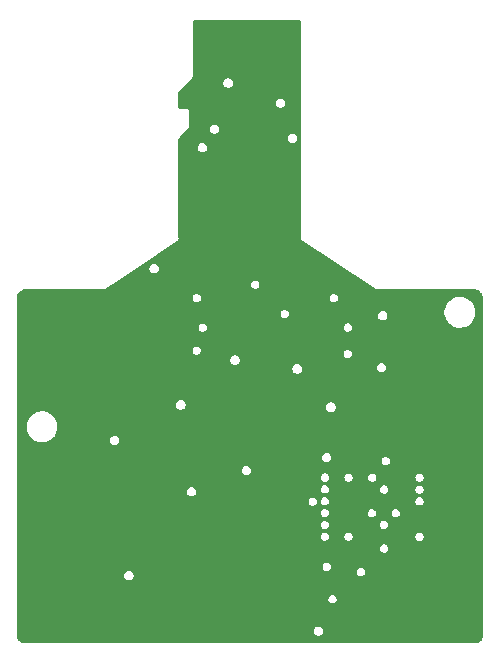
<source format=gbr>
%TF.GenerationSoftware,KiCad,Pcbnew,9.0.2*%
%TF.CreationDate,2025-06-23T22:31:52+02:00*%
%TF.ProjectId,Board,426f6172-642e-46b6-9963-61645f706362,rev?*%
%TF.SameCoordinates,Original*%
%TF.FileFunction,Copper,L2,Inr*%
%TF.FilePolarity,Positive*%
%FSLAX46Y46*%
G04 Gerber Fmt 4.6, Leading zero omitted, Abs format (unit mm)*
G04 Created by KiCad (PCBNEW 9.0.2) date 2025-06-23 22:31:52*
%MOMM*%
%LPD*%
G01*
G04 APERTURE LIST*
%TA.AperFunction,ViaPad*%
%ADD10C,0.600000*%
%TD*%
%TA.AperFunction,ViaPad*%
%ADD11C,0.450000*%
%TD*%
%TA.AperFunction,ViaPad*%
%ADD12C,0.800000*%
%TD*%
%TA.AperFunction,ViaPad*%
%ADD13C,0.550000*%
%TD*%
G04 APERTURE END LIST*
D10*
%TO.N,GND*%
X102600000Y-83300000D03*
D11*
X90294221Y-72094221D03*
X95850000Y-85725000D03*
X99895834Y-85704444D03*
X98860000Y-89710000D03*
D12*
X82375000Y-56775000D03*
D13*
X86292765Y-68330170D03*
D12*
X69000000Y-90000000D03*
X72600000Y-75100000D03*
X69000000Y-85000000D03*
X105600000Y-81600000D03*
D11*
X94860000Y-89700000D03*
D12*
X92200000Y-97700000D03*
X99900000Y-75400000D03*
X105200000Y-93300000D03*
X80450000Y-79650000D03*
X73400000Y-98000000D03*
D11*
X96379693Y-91991723D03*
D12*
X80900000Y-98000000D03*
D13*
X94625000Y-70400000D03*
D10*
X95500000Y-92250012D03*
D12*
X103400000Y-96000000D03*
X106000000Y-73500000D03*
X71600000Y-70900000D03*
X88850000Y-53100000D03*
X93000000Y-67000000D03*
D11*
X94860000Y-88710000D03*
D13*
X94775000Y-74250000D03*
D12*
X90000000Y-98000000D03*
X105600000Y-85800000D03*
X102000000Y-70000000D03*
X69000000Y-82500000D03*
X90025000Y-55950000D03*
X91200000Y-89300000D03*
D11*
X102990000Y-84740000D03*
X94860000Y-85710000D03*
D12*
X78400000Y-98000000D03*
X85800000Y-84100000D03*
X69000000Y-75500000D03*
X98750000Y-69675000D03*
X106000000Y-78500000D03*
X96000000Y-83000000D03*
X68600000Y-70500000D03*
X85650000Y-52350000D03*
X70200000Y-95550000D03*
X85600000Y-55200000D03*
X88475000Y-50950000D03*
X79500000Y-93000000D03*
D11*
X99860000Y-88710000D03*
D12*
X88950000Y-51800000D03*
X69000000Y-93000000D03*
X71600000Y-69700000D03*
X85000000Y-97500000D03*
D13*
X89500000Y-73194610D03*
D11*
X96850000Y-86710000D03*
D12*
X69000000Y-87500000D03*
D13*
X96950000Y-72050000D03*
D12*
X89600000Y-89300000D03*
X105600000Y-88000000D03*
X69000000Y-73000000D03*
X77400000Y-68100000D03*
X103500000Y-97700000D03*
X89350000Y-50900000D03*
X69000000Y-78000000D03*
D11*
X94860000Y-87710000D03*
D12*
X82650000Y-81600000D03*
D11*
X94860000Y-86710000D03*
D12*
X93000000Y-75350000D03*
D11*
X101895364Y-90704956D03*
D12*
X88850000Y-66050000D03*
X102600000Y-78250000D03*
X73750000Y-81600000D03*
X87500000Y-98000000D03*
X75900000Y-98000000D03*
X106000000Y-76000000D03*
%TD*%
%TA.AperFunction,Conductor*%
%TO.N,GND*%
G36*
X91543308Y-45964428D02*
G01*
X91552183Y-45964436D01*
X91552254Y-45964462D01*
X91586765Y-45964465D01*
X91606047Y-45965992D01*
X91654135Y-45973612D01*
X91691021Y-45985600D01*
X91718889Y-45999801D01*
X91725581Y-46003212D01*
X91756962Y-46026013D01*
X91784390Y-46053442D01*
X91785774Y-46055348D01*
X91786854Y-46055978D01*
X91807190Y-46084824D01*
X91824801Y-46119385D01*
X91836789Y-46156276D01*
X91838028Y-46164090D01*
X91844420Y-46204435D01*
X91845947Y-46223827D01*
X91845950Y-46268759D01*
X91845957Y-46268830D01*
X91849492Y-64425089D01*
X91849494Y-64436804D01*
X91844601Y-64462507D01*
X91849503Y-64486141D01*
X91849506Y-64498854D01*
X91849507Y-64498855D01*
X91849509Y-64510289D01*
X91849510Y-64510293D01*
X91855043Y-64523644D01*
X91861904Y-64545923D01*
X91864842Y-64560083D01*
X91871270Y-64569536D01*
X91877837Y-64579192D01*
X91878421Y-64580050D01*
X91887664Y-64602352D01*
X91906169Y-64620849D01*
X91920885Y-64642488D01*
X91941068Y-64655736D01*
X91958144Y-64672805D01*
X91982320Y-64682813D01*
X97679197Y-68422173D01*
X97679198Y-68422173D01*
X98095316Y-68695308D01*
X98112372Y-68712364D01*
X98136571Y-68722387D01*
X98158466Y-68736759D01*
X98169655Y-68738889D01*
X98193904Y-68746135D01*
X98204441Y-68750500D01*
X98204443Y-68750500D01*
X98230633Y-68750500D01*
X98256362Y-68755399D01*
X98279978Y-68750500D01*
X98325172Y-68750500D01*
X106538945Y-68750500D01*
X106554315Y-68751456D01*
X106586623Y-68755495D01*
X106599195Y-68757731D01*
X106731053Y-68788281D01*
X106755228Y-68796588D01*
X106872158Y-68850826D01*
X106894117Y-68863918D01*
X106981025Y-68928752D01*
X106997424Y-68940986D01*
X107016238Y-68958312D01*
X107101537Y-69054936D01*
X107116391Y-69075746D01*
X107158286Y-69149500D01*
X107180051Y-69187816D01*
X107190322Y-69211240D01*
X107229633Y-69333982D01*
X107234881Y-69359014D01*
X107248839Y-69493623D01*
X107249500Y-69506412D01*
X107249500Y-97993907D01*
X107248903Y-98006061D01*
X107236296Y-98134064D01*
X107231554Y-98157906D01*
X107195993Y-98275134D01*
X107186690Y-98297592D01*
X107128942Y-98405630D01*
X107115438Y-98425840D01*
X107037725Y-98520535D01*
X107020535Y-98537725D01*
X106925840Y-98615438D01*
X106905630Y-98628942D01*
X106797592Y-98686690D01*
X106775134Y-98695993D01*
X106657906Y-98731554D01*
X106634064Y-98736296D01*
X106506062Y-98748903D01*
X106493908Y-98749500D01*
X68513164Y-98749500D01*
X68501067Y-98748908D01*
X68463621Y-98745237D01*
X68372259Y-98736280D01*
X68348521Y-98731581D01*
X68230444Y-98695935D01*
X68208071Y-98686714D01*
X68099170Y-98628816D01*
X68079014Y-98615426D01*
X67983430Y-98537479D01*
X67966257Y-98520427D01*
X67887630Y-98425395D01*
X67874098Y-98405336D01*
X67815429Y-98296853D01*
X67806050Y-98274550D01*
X67769563Y-98156719D01*
X67764697Y-98133024D01*
X67751181Y-98004563D01*
X67750500Y-97991588D01*
X67750500Y-97647273D01*
X92899500Y-97647273D01*
X92899500Y-97752727D01*
X92926793Y-97854587D01*
X92979520Y-97945913D01*
X93054087Y-98020480D01*
X93145413Y-98073207D01*
X93247273Y-98100500D01*
X93247275Y-98100500D01*
X93352725Y-98100500D01*
X93352727Y-98100500D01*
X93454587Y-98073207D01*
X93545913Y-98020480D01*
X93620480Y-97945913D01*
X93673207Y-97854587D01*
X93700500Y-97752727D01*
X93700500Y-97647273D01*
X93673207Y-97545413D01*
X93620480Y-97454087D01*
X93545913Y-97379520D01*
X93454587Y-97326793D01*
X93352727Y-97299500D01*
X93247273Y-97299500D01*
X93145413Y-97326793D01*
X93145410Y-97326794D01*
X93054085Y-97379521D01*
X92979521Y-97454085D01*
X92926794Y-97545410D01*
X92926793Y-97545413D01*
X92899500Y-97647273D01*
X67750500Y-97647273D01*
X67750500Y-94953856D01*
X94149500Y-94953856D01*
X94149500Y-95046143D01*
X94173387Y-95135290D01*
X94173388Y-95135293D01*
X94219526Y-95215205D01*
X94219529Y-95215209D01*
X94219531Y-95215212D01*
X94284788Y-95280469D01*
X94284791Y-95280470D01*
X94284794Y-95280473D01*
X94364706Y-95326611D01*
X94364707Y-95326611D01*
X94364712Y-95326614D01*
X94453856Y-95350500D01*
X94453858Y-95350500D01*
X94546142Y-95350500D01*
X94546144Y-95350500D01*
X94635288Y-95326614D01*
X94715212Y-95280469D01*
X94780469Y-95215212D01*
X94826614Y-95135288D01*
X94850500Y-95046144D01*
X94850500Y-94953856D01*
X94826614Y-94864712D01*
X94826611Y-94864706D01*
X94780473Y-94784794D01*
X94780470Y-94784791D01*
X94780469Y-94784788D01*
X94715212Y-94719531D01*
X94715209Y-94719529D01*
X94715205Y-94719526D01*
X94635293Y-94673388D01*
X94635290Y-94673387D01*
X94635289Y-94673386D01*
X94635288Y-94673386D01*
X94546144Y-94649500D01*
X94453856Y-94649500D01*
X94364712Y-94673386D01*
X94364711Y-94673386D01*
X94364709Y-94673387D01*
X94364706Y-94673388D01*
X94284794Y-94719526D01*
X94284785Y-94719533D01*
X94219533Y-94784785D01*
X94219526Y-94784794D01*
X94173388Y-94864706D01*
X94173387Y-94864709D01*
X94149500Y-94953856D01*
X67750500Y-94953856D01*
X67750500Y-92947273D01*
X76849500Y-92947273D01*
X76849500Y-93052727D01*
X76876793Y-93154587D01*
X76929520Y-93245913D01*
X77004087Y-93320480D01*
X77095413Y-93373207D01*
X77197273Y-93400500D01*
X77197275Y-93400500D01*
X77302725Y-93400500D01*
X77302727Y-93400500D01*
X77404587Y-93373207D01*
X77495913Y-93320480D01*
X77570480Y-93245913D01*
X77623207Y-93154587D01*
X77650500Y-93052727D01*
X77650500Y-92947273D01*
X77623207Y-92845413D01*
X77570480Y-92754087D01*
X77495913Y-92679520D01*
X77451462Y-92653856D01*
X96549500Y-92653856D01*
X96549500Y-92746144D01*
X96551628Y-92754087D01*
X96573387Y-92835290D01*
X96573388Y-92835293D01*
X96619526Y-92915205D01*
X96619529Y-92915209D01*
X96619531Y-92915212D01*
X96684788Y-92980469D01*
X96684791Y-92980470D01*
X96684794Y-92980473D01*
X96764706Y-93026611D01*
X96764707Y-93026611D01*
X96764712Y-93026614D01*
X96853856Y-93050500D01*
X96853858Y-93050500D01*
X96946142Y-93050500D01*
X96946144Y-93050500D01*
X97035288Y-93026614D01*
X97115212Y-92980469D01*
X97180469Y-92915212D01*
X97226614Y-92835288D01*
X97250500Y-92746144D01*
X97250500Y-92653856D01*
X97226614Y-92564712D01*
X97226611Y-92564706D01*
X97180473Y-92484794D01*
X97180470Y-92484791D01*
X97180469Y-92484788D01*
X97115212Y-92419531D01*
X97115209Y-92419529D01*
X97115205Y-92419526D01*
X97035293Y-92373388D01*
X97035290Y-92373387D01*
X97035289Y-92373386D01*
X97035288Y-92373386D01*
X96946144Y-92349500D01*
X96853856Y-92349500D01*
X96764712Y-92373386D01*
X96764711Y-92373386D01*
X96764709Y-92373387D01*
X96764706Y-92373388D01*
X96684794Y-92419526D01*
X96684785Y-92419533D01*
X96619533Y-92484785D01*
X96619526Y-92484794D01*
X96573388Y-92564706D01*
X96573387Y-92564709D01*
X96573386Y-92564711D01*
X96573386Y-92564712D01*
X96549500Y-92653856D01*
X77451462Y-92653856D01*
X77404587Y-92626793D01*
X77302727Y-92599500D01*
X77197273Y-92599500D01*
X77095413Y-92626793D01*
X77095410Y-92626794D01*
X77004085Y-92679521D01*
X76929521Y-92754085D01*
X76876794Y-92845410D01*
X76876793Y-92845413D01*
X76849500Y-92947273D01*
X67750500Y-92947273D01*
X67750500Y-92203868D01*
X93649500Y-92203868D01*
X93649500Y-92296156D01*
X93670194Y-92373388D01*
X93673387Y-92385302D01*
X93673388Y-92385305D01*
X93719526Y-92465217D01*
X93719529Y-92465221D01*
X93719531Y-92465224D01*
X93784788Y-92530481D01*
X93784791Y-92530482D01*
X93784794Y-92530485D01*
X93864706Y-92576623D01*
X93864707Y-92576623D01*
X93864712Y-92576626D01*
X93953856Y-92600512D01*
X93953858Y-92600512D01*
X94046142Y-92600512D01*
X94046144Y-92600512D01*
X94135288Y-92576626D01*
X94215212Y-92530481D01*
X94280469Y-92465224D01*
X94326614Y-92385300D01*
X94350500Y-92296156D01*
X94350500Y-92203868D01*
X94326614Y-92114724D01*
X94326611Y-92114718D01*
X94280473Y-92034806D01*
X94280470Y-92034803D01*
X94280469Y-92034800D01*
X94215212Y-91969543D01*
X94215209Y-91969541D01*
X94215205Y-91969538D01*
X94135293Y-91923400D01*
X94135290Y-91923399D01*
X94135289Y-91923398D01*
X94135288Y-91923398D01*
X94046144Y-91899512D01*
X93953856Y-91899512D01*
X93864712Y-91923398D01*
X93864711Y-91923398D01*
X93864709Y-91923399D01*
X93864706Y-91923400D01*
X93784794Y-91969538D01*
X93784785Y-91969545D01*
X93719533Y-92034797D01*
X93719526Y-92034806D01*
X93673388Y-92114718D01*
X93673387Y-92114721D01*
X93673386Y-92114723D01*
X93673386Y-92114724D01*
X93649500Y-92203868D01*
X67750500Y-92203868D01*
X67750500Y-90663856D01*
X98509500Y-90663856D01*
X98509500Y-90756143D01*
X98533387Y-90845290D01*
X98533388Y-90845293D01*
X98579526Y-90925205D01*
X98579529Y-90925209D01*
X98579531Y-90925212D01*
X98644788Y-90990469D01*
X98644791Y-90990470D01*
X98644794Y-90990473D01*
X98724706Y-91036611D01*
X98724707Y-91036611D01*
X98724712Y-91036614D01*
X98813856Y-91060500D01*
X98813858Y-91060500D01*
X98906142Y-91060500D01*
X98906144Y-91060500D01*
X98995288Y-91036614D01*
X99075212Y-90990469D01*
X99140469Y-90925212D01*
X99186614Y-90845288D01*
X99210500Y-90756144D01*
X99210500Y-90663856D01*
X99186614Y-90574712D01*
X99186611Y-90574706D01*
X99140473Y-90494794D01*
X99140470Y-90494791D01*
X99140469Y-90494788D01*
X99075212Y-90429531D01*
X99075209Y-90429529D01*
X99075205Y-90429526D01*
X98995293Y-90383388D01*
X98995290Y-90383387D01*
X98995289Y-90383386D01*
X98995288Y-90383386D01*
X98906144Y-90359500D01*
X98813856Y-90359500D01*
X98724712Y-90383386D01*
X98724711Y-90383386D01*
X98724709Y-90383387D01*
X98724706Y-90383388D01*
X98644794Y-90429526D01*
X98644785Y-90429533D01*
X98579533Y-90494785D01*
X98579526Y-90494794D01*
X98533388Y-90574706D01*
X98533387Y-90574709D01*
X98509500Y-90663856D01*
X67750500Y-90663856D01*
X67750500Y-89653856D01*
X93499500Y-89653856D01*
X93499500Y-89746144D01*
X93502179Y-89756144D01*
X93523387Y-89835290D01*
X93523388Y-89835293D01*
X93569526Y-89915205D01*
X93569529Y-89915209D01*
X93569531Y-89915212D01*
X93634788Y-89980469D01*
X93634791Y-89980470D01*
X93634794Y-89980473D01*
X93714706Y-90026611D01*
X93714707Y-90026611D01*
X93714712Y-90026614D01*
X93803856Y-90050500D01*
X93803858Y-90050500D01*
X93896142Y-90050500D01*
X93896144Y-90050500D01*
X93985288Y-90026614D01*
X94065212Y-89980469D01*
X94130469Y-89915212D01*
X94176614Y-89835288D01*
X94200500Y-89746144D01*
X94200500Y-89653856D01*
X95499500Y-89653856D01*
X95499500Y-89746144D01*
X95502179Y-89756144D01*
X95523387Y-89835290D01*
X95523388Y-89835293D01*
X95569526Y-89915205D01*
X95569529Y-89915209D01*
X95569531Y-89915212D01*
X95634788Y-89980469D01*
X95634791Y-89980470D01*
X95634794Y-89980473D01*
X95714706Y-90026611D01*
X95714707Y-90026611D01*
X95714712Y-90026614D01*
X95803856Y-90050500D01*
X95803858Y-90050500D01*
X95896142Y-90050500D01*
X95896144Y-90050500D01*
X95985288Y-90026614D01*
X96065212Y-89980469D01*
X96130469Y-89915212D01*
X96176614Y-89835288D01*
X96200500Y-89746144D01*
X96200500Y-89663856D01*
X101509500Y-89663856D01*
X101509500Y-89756143D01*
X101533387Y-89845290D01*
X101533388Y-89845293D01*
X101579526Y-89925205D01*
X101579529Y-89925209D01*
X101579531Y-89925212D01*
X101644788Y-89990469D01*
X101644791Y-89990470D01*
X101644794Y-89990473D01*
X101724706Y-90036611D01*
X101724707Y-90036611D01*
X101724712Y-90036614D01*
X101813856Y-90060500D01*
X101813858Y-90060500D01*
X101906142Y-90060500D01*
X101906144Y-90060500D01*
X101995288Y-90036614D01*
X102075212Y-89990469D01*
X102140469Y-89925212D01*
X102186614Y-89845288D01*
X102210500Y-89756144D01*
X102210500Y-89663856D01*
X102186614Y-89574712D01*
X102186611Y-89574706D01*
X102140473Y-89494794D01*
X102140470Y-89494791D01*
X102140469Y-89494788D01*
X102075212Y-89429531D01*
X102075209Y-89429529D01*
X102075205Y-89429526D01*
X101995293Y-89383388D01*
X101995290Y-89383387D01*
X101995289Y-89383386D01*
X101995288Y-89383386D01*
X101906144Y-89359500D01*
X101813856Y-89359500D01*
X101724712Y-89383386D01*
X101724711Y-89383386D01*
X101724709Y-89383387D01*
X101724706Y-89383388D01*
X101644794Y-89429526D01*
X101644785Y-89429533D01*
X101579533Y-89494785D01*
X101579526Y-89494794D01*
X101533388Y-89574706D01*
X101533387Y-89574709D01*
X101533386Y-89574711D01*
X101533386Y-89574712D01*
X101512179Y-89653858D01*
X101509500Y-89663856D01*
X96200500Y-89663856D01*
X96200500Y-89653856D01*
X96176614Y-89564712D01*
X96176611Y-89564706D01*
X96130473Y-89484794D01*
X96130470Y-89484791D01*
X96130469Y-89484788D01*
X96065212Y-89419531D01*
X96065209Y-89419529D01*
X96065205Y-89419526D01*
X95985293Y-89373388D01*
X95985290Y-89373387D01*
X95985289Y-89373386D01*
X95985288Y-89373386D01*
X95896144Y-89349500D01*
X95803856Y-89349500D01*
X95714712Y-89373386D01*
X95714711Y-89373386D01*
X95714709Y-89373387D01*
X95714706Y-89373388D01*
X95634794Y-89419526D01*
X95634785Y-89419533D01*
X95569533Y-89484785D01*
X95569526Y-89484794D01*
X95523388Y-89564706D01*
X95523387Y-89564709D01*
X95523386Y-89564711D01*
X95523386Y-89564712D01*
X95499500Y-89653856D01*
X94200500Y-89653856D01*
X94176614Y-89564712D01*
X94176611Y-89564706D01*
X94130473Y-89484794D01*
X94130470Y-89484791D01*
X94130469Y-89484788D01*
X94065212Y-89419531D01*
X94065209Y-89419529D01*
X94065205Y-89419526D01*
X93985293Y-89373388D01*
X93985290Y-89373387D01*
X93985289Y-89373386D01*
X93985288Y-89373386D01*
X93896144Y-89349500D01*
X93803856Y-89349500D01*
X93714712Y-89373386D01*
X93714711Y-89373386D01*
X93714709Y-89373387D01*
X93714706Y-89373388D01*
X93634794Y-89419526D01*
X93634785Y-89419533D01*
X93569533Y-89484785D01*
X93569526Y-89484794D01*
X93523388Y-89564706D01*
X93523387Y-89564709D01*
X93523386Y-89564711D01*
X93523386Y-89564712D01*
X93499500Y-89653856D01*
X67750500Y-89653856D01*
X67750500Y-88663856D01*
X93499500Y-88663856D01*
X93499500Y-88756143D01*
X93523387Y-88845290D01*
X93523388Y-88845293D01*
X93569526Y-88925205D01*
X93569529Y-88925209D01*
X93569531Y-88925212D01*
X93634788Y-88990469D01*
X93634791Y-88990470D01*
X93634794Y-88990473D01*
X93714706Y-89036611D01*
X93714707Y-89036611D01*
X93714712Y-89036614D01*
X93803856Y-89060500D01*
X93803858Y-89060500D01*
X93896142Y-89060500D01*
X93896144Y-89060500D01*
X93985288Y-89036614D01*
X94065212Y-88990469D01*
X94130469Y-88925212D01*
X94176614Y-88845288D01*
X94200500Y-88756144D01*
X94200500Y-88663856D01*
X94197821Y-88653856D01*
X98499500Y-88653856D01*
X98499500Y-88746144D01*
X98502179Y-88756144D01*
X98523387Y-88835290D01*
X98523388Y-88835293D01*
X98569526Y-88915205D01*
X98569529Y-88915209D01*
X98569531Y-88915212D01*
X98634788Y-88980469D01*
X98634791Y-88980470D01*
X98634794Y-88980473D01*
X98714706Y-89026611D01*
X98714707Y-89026611D01*
X98714712Y-89026614D01*
X98803856Y-89050500D01*
X98803858Y-89050500D01*
X98896142Y-89050500D01*
X98896144Y-89050500D01*
X98985288Y-89026614D01*
X99065212Y-88980469D01*
X99130469Y-88915212D01*
X99176614Y-88835288D01*
X99200500Y-88746144D01*
X99200500Y-88653856D01*
X99176614Y-88564712D01*
X99176611Y-88564706D01*
X99130473Y-88484794D01*
X99130470Y-88484791D01*
X99130469Y-88484788D01*
X99065212Y-88419531D01*
X99065209Y-88419529D01*
X99065205Y-88419526D01*
X98985293Y-88373388D01*
X98985290Y-88373387D01*
X98985289Y-88373386D01*
X98985288Y-88373386D01*
X98896144Y-88349500D01*
X98803856Y-88349500D01*
X98714712Y-88373386D01*
X98714711Y-88373386D01*
X98714709Y-88373387D01*
X98714706Y-88373388D01*
X98634794Y-88419526D01*
X98634785Y-88419533D01*
X98569533Y-88484785D01*
X98569526Y-88484794D01*
X98523388Y-88564706D01*
X98523387Y-88564709D01*
X98523386Y-88564711D01*
X98523386Y-88564712D01*
X98499500Y-88653856D01*
X94197821Y-88653856D01*
X94176614Y-88574712D01*
X94176611Y-88574706D01*
X94130473Y-88494794D01*
X94130470Y-88494791D01*
X94130469Y-88494788D01*
X94065212Y-88429531D01*
X94065209Y-88429529D01*
X94065205Y-88429526D01*
X93985293Y-88383388D01*
X93985290Y-88383387D01*
X93985289Y-88383386D01*
X93985288Y-88383386D01*
X93896144Y-88359500D01*
X93803856Y-88359500D01*
X93714712Y-88383386D01*
X93714711Y-88383386D01*
X93714709Y-88383387D01*
X93714706Y-88383388D01*
X93634794Y-88429526D01*
X93634785Y-88429533D01*
X93569533Y-88494785D01*
X93569526Y-88494794D01*
X93523388Y-88574706D01*
X93523387Y-88574709D01*
X93523386Y-88574711D01*
X93523386Y-88574712D01*
X93502179Y-88653858D01*
X93499500Y-88663856D01*
X67750500Y-88663856D01*
X67750500Y-87653856D01*
X93499500Y-87653856D01*
X93499500Y-87746144D01*
X93504858Y-87766142D01*
X93523387Y-87835290D01*
X93523388Y-87835293D01*
X93569526Y-87915205D01*
X93569529Y-87915209D01*
X93569531Y-87915212D01*
X93634788Y-87980469D01*
X93634791Y-87980470D01*
X93634794Y-87980473D01*
X93714706Y-88026611D01*
X93714707Y-88026611D01*
X93714712Y-88026614D01*
X93803856Y-88050500D01*
X93803858Y-88050500D01*
X93896142Y-88050500D01*
X93896144Y-88050500D01*
X93985288Y-88026614D01*
X94065212Y-87980469D01*
X94130469Y-87915212D01*
X94176614Y-87835288D01*
X94200500Y-87746144D01*
X94200500Y-87673856D01*
X97479500Y-87673856D01*
X97479500Y-87766144D01*
X97498028Y-87835293D01*
X97503387Y-87855290D01*
X97503388Y-87855293D01*
X97549526Y-87935205D01*
X97549529Y-87935209D01*
X97549531Y-87935212D01*
X97614788Y-88000469D01*
X97614791Y-88000470D01*
X97614794Y-88000473D01*
X97694706Y-88046611D01*
X97694707Y-88046611D01*
X97694712Y-88046614D01*
X97783856Y-88070500D01*
X97783858Y-88070500D01*
X97876142Y-88070500D01*
X97876144Y-88070500D01*
X97965288Y-88046614D01*
X98045212Y-88000469D01*
X98110469Y-87935212D01*
X98156614Y-87855288D01*
X98180500Y-87766144D01*
X98180500Y-87673856D01*
X99499500Y-87673856D01*
X99499500Y-87766144D01*
X99518028Y-87835293D01*
X99523387Y-87855290D01*
X99523388Y-87855293D01*
X99569526Y-87935205D01*
X99569529Y-87935209D01*
X99569531Y-87935212D01*
X99634788Y-88000469D01*
X99634791Y-88000470D01*
X99634794Y-88000473D01*
X99714706Y-88046611D01*
X99714707Y-88046611D01*
X99714712Y-88046614D01*
X99803856Y-88070500D01*
X99803858Y-88070500D01*
X99896142Y-88070500D01*
X99896144Y-88070500D01*
X99985288Y-88046614D01*
X100065212Y-88000469D01*
X100130469Y-87935212D01*
X100176614Y-87855288D01*
X100200500Y-87766144D01*
X100200500Y-87673856D01*
X100176614Y-87584712D01*
X100165067Y-87564712D01*
X100130473Y-87504794D01*
X100130470Y-87504791D01*
X100130469Y-87504788D01*
X100065212Y-87439531D01*
X100065209Y-87439529D01*
X100065205Y-87439526D01*
X99985293Y-87393388D01*
X99985290Y-87393387D01*
X99985289Y-87393386D01*
X99985288Y-87393386D01*
X99896144Y-87369500D01*
X99803856Y-87369500D01*
X99714712Y-87393386D01*
X99714711Y-87393386D01*
X99714709Y-87393387D01*
X99714706Y-87393388D01*
X99634794Y-87439526D01*
X99634785Y-87439533D01*
X99569533Y-87504785D01*
X99569526Y-87504794D01*
X99523388Y-87584706D01*
X99523387Y-87584709D01*
X99523386Y-87584711D01*
X99523386Y-87584712D01*
X99499500Y-87673856D01*
X98180500Y-87673856D01*
X98156614Y-87584712D01*
X98145067Y-87564712D01*
X98110473Y-87504794D01*
X98110470Y-87504791D01*
X98110469Y-87504788D01*
X98045212Y-87439531D01*
X98045209Y-87439529D01*
X98045205Y-87439526D01*
X97965293Y-87393388D01*
X97965290Y-87393387D01*
X97965289Y-87393386D01*
X97965288Y-87393386D01*
X97876144Y-87369500D01*
X97783856Y-87369500D01*
X97694712Y-87393386D01*
X97694711Y-87393386D01*
X97694709Y-87393387D01*
X97694706Y-87393388D01*
X97614794Y-87439526D01*
X97614785Y-87439533D01*
X97549533Y-87504785D01*
X97549526Y-87504794D01*
X97503388Y-87584706D01*
X97503387Y-87584709D01*
X97503386Y-87584711D01*
X97503386Y-87584712D01*
X97479500Y-87673856D01*
X94200500Y-87673856D01*
X94200500Y-87653856D01*
X94176614Y-87564712D01*
X94142020Y-87504794D01*
X94130473Y-87484794D01*
X94130470Y-87484791D01*
X94130469Y-87484788D01*
X94065212Y-87419531D01*
X94065209Y-87419529D01*
X94065205Y-87419526D01*
X93985293Y-87373388D01*
X93985290Y-87373387D01*
X93985289Y-87373386D01*
X93985288Y-87373386D01*
X93896144Y-87349500D01*
X93803856Y-87349500D01*
X93714712Y-87373386D01*
X93714711Y-87373386D01*
X93714709Y-87373387D01*
X93714706Y-87373388D01*
X93634794Y-87419526D01*
X93634785Y-87419533D01*
X93569533Y-87484785D01*
X93569526Y-87484794D01*
X93523388Y-87564706D01*
X93523387Y-87564709D01*
X93523386Y-87564711D01*
X93523386Y-87564712D01*
X93499500Y-87653856D01*
X67750500Y-87653856D01*
X67750500Y-86677468D01*
X92475888Y-86677468D01*
X92475888Y-86769756D01*
X92496127Y-86845290D01*
X92499775Y-86858902D01*
X92499776Y-86858905D01*
X92545914Y-86938817D01*
X92545917Y-86938821D01*
X92545919Y-86938824D01*
X92611176Y-87004081D01*
X92611179Y-87004082D01*
X92611182Y-87004085D01*
X92691094Y-87050223D01*
X92691095Y-87050223D01*
X92691100Y-87050226D01*
X92780244Y-87074112D01*
X92780246Y-87074112D01*
X92872530Y-87074112D01*
X92872532Y-87074112D01*
X92961676Y-87050226D01*
X93041600Y-87004081D01*
X93106857Y-86938824D01*
X93153002Y-86858900D01*
X93176888Y-86769756D01*
X93176888Y-86677468D01*
X93170561Y-86653856D01*
X93499500Y-86653856D01*
X93499500Y-86746144D01*
X93505826Y-86769754D01*
X93523387Y-86835290D01*
X93523388Y-86835293D01*
X93569526Y-86915205D01*
X93569529Y-86915209D01*
X93569531Y-86915212D01*
X93634788Y-86980469D01*
X93634791Y-86980470D01*
X93634794Y-86980473D01*
X93714706Y-87026611D01*
X93714707Y-87026611D01*
X93714712Y-87026614D01*
X93803856Y-87050500D01*
X93803858Y-87050500D01*
X93896142Y-87050500D01*
X93896144Y-87050500D01*
X93985288Y-87026614D01*
X94065212Y-86980469D01*
X94130469Y-86915212D01*
X94176614Y-86835288D01*
X94200500Y-86746144D01*
X94200500Y-86663856D01*
X101499500Y-86663856D01*
X101499500Y-86756144D01*
X101503147Y-86769756D01*
X101523387Y-86845290D01*
X101523388Y-86845293D01*
X101569526Y-86925205D01*
X101569529Y-86925209D01*
X101569531Y-86925212D01*
X101634788Y-86990469D01*
X101634791Y-86990470D01*
X101634794Y-86990473D01*
X101714706Y-87036611D01*
X101714707Y-87036611D01*
X101714712Y-87036614D01*
X101803856Y-87060500D01*
X101803858Y-87060500D01*
X101896142Y-87060500D01*
X101896144Y-87060500D01*
X101985288Y-87036614D01*
X102065212Y-86990469D01*
X102130469Y-86925212D01*
X102176614Y-86845288D01*
X102200500Y-86756144D01*
X102200500Y-86663856D01*
X102176614Y-86574712D01*
X102176611Y-86574706D01*
X102130473Y-86494794D01*
X102130470Y-86494791D01*
X102130469Y-86494788D01*
X102065212Y-86429531D01*
X102065209Y-86429529D01*
X102065205Y-86429526D01*
X101985293Y-86383388D01*
X101985290Y-86383387D01*
X101985289Y-86383386D01*
X101985288Y-86383386D01*
X101896144Y-86359500D01*
X101803856Y-86359500D01*
X101714712Y-86383386D01*
X101714711Y-86383386D01*
X101714709Y-86383387D01*
X101714706Y-86383388D01*
X101634794Y-86429526D01*
X101634785Y-86429533D01*
X101569533Y-86494785D01*
X101569526Y-86494794D01*
X101523388Y-86574706D01*
X101523387Y-86574709D01*
X101523386Y-86574711D01*
X101523386Y-86574712D01*
X101499500Y-86663856D01*
X94200500Y-86663856D01*
X94200500Y-86653856D01*
X94176614Y-86564712D01*
X94176611Y-86564706D01*
X94130473Y-86484794D01*
X94130470Y-86484791D01*
X94130469Y-86484788D01*
X94065212Y-86419531D01*
X94065209Y-86419529D01*
X94065205Y-86419526D01*
X93985293Y-86373388D01*
X93985290Y-86373387D01*
X93985289Y-86373386D01*
X93985288Y-86373386D01*
X93896144Y-86349500D01*
X93803856Y-86349500D01*
X93714712Y-86373386D01*
X93714711Y-86373386D01*
X93714709Y-86373387D01*
X93714706Y-86373388D01*
X93634794Y-86419526D01*
X93634785Y-86419533D01*
X93569533Y-86484785D01*
X93569526Y-86484794D01*
X93523388Y-86564706D01*
X93523387Y-86564709D01*
X93523386Y-86564711D01*
X93523386Y-86564712D01*
X93499500Y-86653856D01*
X93170561Y-86653856D01*
X93153002Y-86588324D01*
X93145143Y-86574712D01*
X93106861Y-86508406D01*
X93106858Y-86508403D01*
X93106857Y-86508400D01*
X93041600Y-86443143D01*
X93041597Y-86443141D01*
X93041593Y-86443138D01*
X92961681Y-86397000D01*
X92961678Y-86396999D01*
X92961677Y-86396998D01*
X92961676Y-86396998D01*
X92872532Y-86373112D01*
X92780244Y-86373112D01*
X92691100Y-86396998D01*
X92691099Y-86396998D01*
X92691097Y-86396999D01*
X92691094Y-86397000D01*
X92611182Y-86443138D01*
X92611173Y-86443145D01*
X92545921Y-86508397D01*
X92545914Y-86508406D01*
X92499776Y-86588318D01*
X92499775Y-86588321D01*
X92499774Y-86588323D01*
X92499774Y-86588324D01*
X92475888Y-86677468D01*
X67750500Y-86677468D01*
X67750500Y-85847273D01*
X82149500Y-85847273D01*
X82149500Y-85952727D01*
X82176793Y-86054587D01*
X82229520Y-86145913D01*
X82304087Y-86220480D01*
X82395413Y-86273207D01*
X82497273Y-86300500D01*
X82497275Y-86300500D01*
X82602725Y-86300500D01*
X82602727Y-86300500D01*
X82704587Y-86273207D01*
X82795913Y-86220480D01*
X82870480Y-86145913D01*
X82923207Y-86054587D01*
X82950500Y-85952727D01*
X82950500Y-85847273D01*
X82923207Y-85745413D01*
X82870480Y-85654087D01*
X82870249Y-85653856D01*
X93499500Y-85653856D01*
X93499500Y-85746144D01*
X93506198Y-85771143D01*
X93523387Y-85835290D01*
X93523388Y-85835293D01*
X93569526Y-85915205D01*
X93569529Y-85915209D01*
X93569531Y-85915212D01*
X93634788Y-85980469D01*
X93634791Y-85980470D01*
X93634794Y-85980473D01*
X93714706Y-86026611D01*
X93714707Y-86026611D01*
X93714712Y-86026614D01*
X93803856Y-86050500D01*
X93803858Y-86050500D01*
X93896142Y-86050500D01*
X93896144Y-86050500D01*
X93985288Y-86026614D01*
X94065212Y-85980469D01*
X94130469Y-85915212D01*
X94176614Y-85835288D01*
X94200500Y-85746144D01*
X94200500Y-85663856D01*
X98509500Y-85663856D01*
X98509500Y-85756144D01*
X98513519Y-85771144D01*
X98533387Y-85845290D01*
X98533388Y-85845293D01*
X98579526Y-85925205D01*
X98579529Y-85925209D01*
X98579531Y-85925212D01*
X98644788Y-85990469D01*
X98644791Y-85990470D01*
X98644794Y-85990473D01*
X98724706Y-86036611D01*
X98724707Y-86036611D01*
X98724712Y-86036614D01*
X98813856Y-86060500D01*
X98813858Y-86060500D01*
X98906142Y-86060500D01*
X98906144Y-86060500D01*
X98995288Y-86036614D01*
X99075212Y-85990469D01*
X99140469Y-85925212D01*
X99186614Y-85845288D01*
X99210500Y-85756144D01*
X99210500Y-85678856D01*
X101499500Y-85678856D01*
X101499500Y-85771144D01*
X101519899Y-85847275D01*
X101523387Y-85860290D01*
X101523388Y-85860293D01*
X101569526Y-85940205D01*
X101569529Y-85940209D01*
X101569531Y-85940212D01*
X101634788Y-86005469D01*
X101634791Y-86005470D01*
X101634794Y-86005473D01*
X101714706Y-86051611D01*
X101714707Y-86051611D01*
X101714712Y-86051614D01*
X101803856Y-86075500D01*
X101803858Y-86075500D01*
X101896142Y-86075500D01*
X101896144Y-86075500D01*
X101985288Y-86051614D01*
X102065212Y-86005469D01*
X102130469Y-85940212D01*
X102176614Y-85860288D01*
X102200500Y-85771144D01*
X102200500Y-85678856D01*
X102176614Y-85589712D01*
X102176611Y-85589706D01*
X102130473Y-85509794D01*
X102130470Y-85509791D01*
X102130469Y-85509788D01*
X102065212Y-85444531D01*
X102065209Y-85444529D01*
X102065205Y-85444526D01*
X101985293Y-85398388D01*
X101985290Y-85398387D01*
X101985289Y-85398386D01*
X101985288Y-85398386D01*
X101896144Y-85374500D01*
X101803856Y-85374500D01*
X101714712Y-85398386D01*
X101714711Y-85398386D01*
X101714709Y-85398387D01*
X101714706Y-85398388D01*
X101634794Y-85444526D01*
X101634785Y-85444533D01*
X101569533Y-85509785D01*
X101569526Y-85509794D01*
X101523388Y-85589706D01*
X101523387Y-85589709D01*
X101523386Y-85589711D01*
X101523386Y-85589712D01*
X101499500Y-85678856D01*
X99210500Y-85678856D01*
X99210500Y-85663856D01*
X99186614Y-85574712D01*
X99186611Y-85574706D01*
X99140473Y-85494794D01*
X99140470Y-85494791D01*
X99140469Y-85494788D01*
X99075212Y-85429531D01*
X99075209Y-85429529D01*
X99075205Y-85429526D01*
X98995293Y-85383388D01*
X98995290Y-85383387D01*
X98995289Y-85383386D01*
X98995288Y-85383386D01*
X98906144Y-85359500D01*
X98813856Y-85359500D01*
X98724712Y-85383386D01*
X98724711Y-85383386D01*
X98724709Y-85383387D01*
X98724706Y-85383388D01*
X98644794Y-85429526D01*
X98644785Y-85429533D01*
X98579533Y-85494785D01*
X98579526Y-85494794D01*
X98533388Y-85574706D01*
X98533387Y-85574709D01*
X98533386Y-85574711D01*
X98533386Y-85574712D01*
X98509500Y-85663856D01*
X94200500Y-85663856D01*
X94200500Y-85653856D01*
X94176614Y-85564712D01*
X94154722Y-85526794D01*
X94130473Y-85484794D01*
X94130470Y-85484791D01*
X94130469Y-85484788D01*
X94065212Y-85419531D01*
X94065209Y-85419529D01*
X94065205Y-85419526D01*
X93985293Y-85373388D01*
X93985290Y-85373387D01*
X93985289Y-85373386D01*
X93985288Y-85373386D01*
X93896144Y-85349500D01*
X93803856Y-85349500D01*
X93714712Y-85373386D01*
X93714711Y-85373386D01*
X93714709Y-85373387D01*
X93714706Y-85373388D01*
X93634794Y-85419526D01*
X93634785Y-85419533D01*
X93569533Y-85484785D01*
X93569526Y-85484794D01*
X93523388Y-85564706D01*
X93523387Y-85564709D01*
X93523386Y-85564711D01*
X93523386Y-85564712D01*
X93499500Y-85653856D01*
X82870249Y-85653856D01*
X82795913Y-85579520D01*
X82704587Y-85526793D01*
X82602727Y-85499500D01*
X82497273Y-85499500D01*
X82395413Y-85526793D01*
X82395410Y-85526794D01*
X82304085Y-85579521D01*
X82229521Y-85654085D01*
X82176794Y-85745410D01*
X82176793Y-85745413D01*
X82149500Y-85847273D01*
X67750500Y-85847273D01*
X67750500Y-84663856D01*
X93509500Y-84663856D01*
X93509500Y-84756143D01*
X93533387Y-84845290D01*
X93533388Y-84845293D01*
X93579526Y-84925205D01*
X93579529Y-84925209D01*
X93579531Y-84925212D01*
X93644788Y-84990469D01*
X93644791Y-84990470D01*
X93644794Y-84990473D01*
X93724706Y-85036611D01*
X93724707Y-85036611D01*
X93724712Y-85036614D01*
X93813856Y-85060500D01*
X93813858Y-85060500D01*
X93906142Y-85060500D01*
X93906144Y-85060500D01*
X93995288Y-85036614D01*
X94075212Y-84990469D01*
X94140469Y-84925212D01*
X94186614Y-84845288D01*
X94210500Y-84756144D01*
X94210500Y-84663856D01*
X94207821Y-84653856D01*
X95509500Y-84653856D01*
X95509500Y-84746144D01*
X95512179Y-84756144D01*
X95533387Y-84835290D01*
X95533388Y-84835293D01*
X95579526Y-84915205D01*
X95579529Y-84915209D01*
X95579531Y-84915212D01*
X95644788Y-84980469D01*
X95644791Y-84980470D01*
X95644794Y-84980473D01*
X95724706Y-85026611D01*
X95724707Y-85026611D01*
X95724712Y-85026614D01*
X95813856Y-85050500D01*
X95813858Y-85050500D01*
X95906142Y-85050500D01*
X95906144Y-85050500D01*
X95995288Y-85026614D01*
X96075212Y-84980469D01*
X96140469Y-84915212D01*
X96186614Y-84835288D01*
X96210500Y-84746144D01*
X96210500Y-84663856D01*
X97509500Y-84663856D01*
X97509500Y-84756143D01*
X97533387Y-84845290D01*
X97533388Y-84845293D01*
X97579526Y-84925205D01*
X97579529Y-84925209D01*
X97579531Y-84925212D01*
X97644788Y-84990469D01*
X97644791Y-84990470D01*
X97644794Y-84990473D01*
X97724706Y-85036611D01*
X97724707Y-85036611D01*
X97724712Y-85036614D01*
X97813856Y-85060500D01*
X97813858Y-85060500D01*
X97906142Y-85060500D01*
X97906144Y-85060500D01*
X97995288Y-85036614D01*
X98075212Y-84990469D01*
X98140469Y-84925212D01*
X98186614Y-84845288D01*
X98210500Y-84756144D01*
X98210500Y-84663856D01*
X98207821Y-84653856D01*
X101519500Y-84653856D01*
X101519500Y-84746144D01*
X101522179Y-84756144D01*
X101543387Y-84835290D01*
X101543388Y-84835293D01*
X101589526Y-84915205D01*
X101589529Y-84915209D01*
X101589531Y-84915212D01*
X101654788Y-84980469D01*
X101654791Y-84980470D01*
X101654794Y-84980473D01*
X101734706Y-85026611D01*
X101734707Y-85026611D01*
X101734712Y-85026614D01*
X101823856Y-85050500D01*
X101823858Y-85050500D01*
X101916142Y-85050500D01*
X101916144Y-85050500D01*
X102005288Y-85026614D01*
X102085212Y-84980469D01*
X102150469Y-84915212D01*
X102196614Y-84835288D01*
X102220500Y-84746144D01*
X102220500Y-84653856D01*
X102196614Y-84564712D01*
X102196611Y-84564706D01*
X102150473Y-84484794D01*
X102150470Y-84484791D01*
X102150469Y-84484788D01*
X102085212Y-84419531D01*
X102085209Y-84419529D01*
X102085205Y-84419526D01*
X102005293Y-84373388D01*
X102005290Y-84373387D01*
X102005289Y-84373386D01*
X102005288Y-84373386D01*
X101916144Y-84349500D01*
X101823856Y-84349500D01*
X101734712Y-84373386D01*
X101734711Y-84373386D01*
X101734709Y-84373387D01*
X101734706Y-84373388D01*
X101654794Y-84419526D01*
X101654785Y-84419533D01*
X101589533Y-84484785D01*
X101589526Y-84484794D01*
X101543388Y-84564706D01*
X101543387Y-84564709D01*
X101543386Y-84564711D01*
X101543386Y-84564712D01*
X101519500Y-84653856D01*
X98207821Y-84653856D01*
X98186614Y-84574712D01*
X98186611Y-84574706D01*
X98140473Y-84494794D01*
X98140470Y-84494791D01*
X98140469Y-84494788D01*
X98075212Y-84429531D01*
X98075209Y-84429529D01*
X98075205Y-84429526D01*
X97995293Y-84383388D01*
X97995290Y-84383387D01*
X97995289Y-84383386D01*
X97995288Y-84383386D01*
X97906144Y-84359500D01*
X97813856Y-84359500D01*
X97724712Y-84383386D01*
X97724711Y-84383386D01*
X97724709Y-84383387D01*
X97724706Y-84383388D01*
X97644794Y-84429526D01*
X97644785Y-84429533D01*
X97579533Y-84494785D01*
X97579526Y-84494794D01*
X97533388Y-84574706D01*
X97533387Y-84574709D01*
X97533386Y-84574711D01*
X97533386Y-84574712D01*
X97512179Y-84653858D01*
X97509500Y-84663856D01*
X96210500Y-84663856D01*
X96210500Y-84653856D01*
X96186614Y-84564712D01*
X96186611Y-84564706D01*
X96140473Y-84484794D01*
X96140470Y-84484791D01*
X96140469Y-84484788D01*
X96075212Y-84419531D01*
X96075209Y-84419529D01*
X96075205Y-84419526D01*
X95995293Y-84373388D01*
X95995290Y-84373387D01*
X95995289Y-84373386D01*
X95995288Y-84373386D01*
X95906144Y-84349500D01*
X95813856Y-84349500D01*
X95724712Y-84373386D01*
X95724711Y-84373386D01*
X95724709Y-84373387D01*
X95724706Y-84373388D01*
X95644794Y-84419526D01*
X95644785Y-84419533D01*
X95579533Y-84484785D01*
X95579526Y-84484794D01*
X95533388Y-84564706D01*
X95533387Y-84564709D01*
X95533386Y-84564711D01*
X95533386Y-84564712D01*
X95509500Y-84653856D01*
X94207821Y-84653856D01*
X94186614Y-84574712D01*
X94186611Y-84574706D01*
X94140473Y-84494794D01*
X94140470Y-84494791D01*
X94140469Y-84494788D01*
X94075212Y-84429531D01*
X94075209Y-84429529D01*
X94075205Y-84429526D01*
X93995293Y-84383388D01*
X93995290Y-84383387D01*
X93995289Y-84383386D01*
X93995288Y-84383386D01*
X93906144Y-84359500D01*
X93813856Y-84359500D01*
X93724712Y-84383386D01*
X93724711Y-84383386D01*
X93724709Y-84383387D01*
X93724706Y-84383388D01*
X93644794Y-84429526D01*
X93644785Y-84429533D01*
X93579533Y-84494785D01*
X93579526Y-84494794D01*
X93533388Y-84574706D01*
X93533387Y-84574709D01*
X93533386Y-84574711D01*
X93533386Y-84574712D01*
X93512179Y-84653858D01*
X93509500Y-84663856D01*
X67750500Y-84663856D01*
X67750500Y-84047273D01*
X86799500Y-84047273D01*
X86799500Y-84152727D01*
X86826793Y-84254587D01*
X86879520Y-84345913D01*
X86954087Y-84420480D01*
X87045413Y-84473207D01*
X87147273Y-84500500D01*
X87147275Y-84500500D01*
X87252725Y-84500500D01*
X87252727Y-84500500D01*
X87354587Y-84473207D01*
X87445913Y-84420480D01*
X87520480Y-84345913D01*
X87573207Y-84254587D01*
X87600500Y-84152727D01*
X87600500Y-84047273D01*
X87573207Y-83945413D01*
X87520480Y-83854087D01*
X87445913Y-83779520D01*
X87354587Y-83726793D01*
X87252727Y-83699500D01*
X87147273Y-83699500D01*
X87045413Y-83726793D01*
X87045410Y-83726794D01*
X86954085Y-83779521D01*
X86879521Y-83854085D01*
X86826794Y-83945410D01*
X86826793Y-83945413D01*
X86799500Y-84047273D01*
X67750500Y-84047273D01*
X67750500Y-82947273D01*
X93599500Y-82947273D01*
X93599500Y-83052727D01*
X93626793Y-83154587D01*
X93679520Y-83245913D01*
X93754087Y-83320480D01*
X93845413Y-83373207D01*
X93947273Y-83400500D01*
X93947275Y-83400500D01*
X94052725Y-83400500D01*
X94052727Y-83400500D01*
X94154587Y-83373207D01*
X94245913Y-83320480D01*
X94312537Y-83253856D01*
X98649500Y-83253856D01*
X98649500Y-83346144D01*
X98664064Y-83400499D01*
X98673387Y-83435290D01*
X98673388Y-83435293D01*
X98719526Y-83515205D01*
X98719529Y-83515209D01*
X98719531Y-83515212D01*
X98784788Y-83580469D01*
X98784791Y-83580470D01*
X98784794Y-83580473D01*
X98864706Y-83626611D01*
X98864707Y-83626611D01*
X98864712Y-83626614D01*
X98953856Y-83650500D01*
X98953858Y-83650500D01*
X99046142Y-83650500D01*
X99046144Y-83650500D01*
X99135288Y-83626614D01*
X99215212Y-83580469D01*
X99280469Y-83515212D01*
X99326614Y-83435288D01*
X99350500Y-83346144D01*
X99350500Y-83253856D01*
X99326614Y-83164712D01*
X99326611Y-83164706D01*
X99280473Y-83084794D01*
X99280470Y-83084791D01*
X99280469Y-83084788D01*
X99215212Y-83019531D01*
X99215209Y-83019529D01*
X99215205Y-83019526D01*
X99135293Y-82973388D01*
X99135290Y-82973387D01*
X99135289Y-82973386D01*
X99135288Y-82973386D01*
X99046144Y-82949500D01*
X98953856Y-82949500D01*
X98864712Y-82973386D01*
X98864711Y-82973386D01*
X98864709Y-82973387D01*
X98864706Y-82973388D01*
X98784794Y-83019526D01*
X98784785Y-83019533D01*
X98719533Y-83084785D01*
X98719526Y-83084794D01*
X98673388Y-83164706D01*
X98673387Y-83164709D01*
X98673386Y-83164711D01*
X98673386Y-83164712D01*
X98649500Y-83253856D01*
X94312537Y-83253856D01*
X94320480Y-83245913D01*
X94373207Y-83154587D01*
X94400500Y-83052727D01*
X94400500Y-82947273D01*
X94373207Y-82845413D01*
X94320480Y-82754087D01*
X94245913Y-82679520D01*
X94154587Y-82626793D01*
X94052727Y-82599500D01*
X93947273Y-82599500D01*
X93845413Y-82626793D01*
X93845410Y-82626794D01*
X93754085Y-82679521D01*
X93679521Y-82754085D01*
X93626794Y-82845410D01*
X93626793Y-82845413D01*
X93599500Y-82947273D01*
X67750500Y-82947273D01*
X67750500Y-80297648D01*
X68599500Y-80297648D01*
X68599500Y-80502351D01*
X68631522Y-80704534D01*
X68694781Y-80899223D01*
X68787715Y-81081613D01*
X68908028Y-81247213D01*
X69052786Y-81391971D01*
X69207749Y-81504556D01*
X69218390Y-81512287D01*
X69334607Y-81571503D01*
X69400776Y-81605218D01*
X69400778Y-81605218D01*
X69400781Y-81605220D01*
X69505137Y-81639127D01*
X69595465Y-81668477D01*
X69696557Y-81684488D01*
X69797648Y-81700500D01*
X69797649Y-81700500D01*
X70002351Y-81700500D01*
X70002352Y-81700500D01*
X70204534Y-81668477D01*
X70399219Y-81605220D01*
X70581610Y-81512287D01*
X70602275Y-81497273D01*
X75649500Y-81497273D01*
X75649500Y-81602727D01*
X75676793Y-81704587D01*
X75729520Y-81795913D01*
X75804087Y-81870480D01*
X75895413Y-81923207D01*
X75997273Y-81950500D01*
X75997275Y-81950500D01*
X76102725Y-81950500D01*
X76102727Y-81950500D01*
X76204587Y-81923207D01*
X76295913Y-81870480D01*
X76370480Y-81795913D01*
X76423207Y-81704587D01*
X76450500Y-81602727D01*
X76450500Y-81497273D01*
X76423207Y-81395413D01*
X76370480Y-81304087D01*
X76295913Y-81229520D01*
X76204587Y-81176793D01*
X76102727Y-81149500D01*
X75997273Y-81149500D01*
X75895413Y-81176793D01*
X75895410Y-81176794D01*
X75804085Y-81229521D01*
X75729521Y-81304085D01*
X75676794Y-81395410D01*
X75676794Y-81395411D01*
X75676793Y-81395413D01*
X75649500Y-81497273D01*
X70602275Y-81497273D01*
X70742475Y-81395413D01*
X70747213Y-81391971D01*
X70747215Y-81391968D01*
X70747219Y-81391966D01*
X70891966Y-81247219D01*
X70891968Y-81247215D01*
X70891971Y-81247213D01*
X70962962Y-81149500D01*
X71012287Y-81081610D01*
X71105220Y-80899219D01*
X71168477Y-80704534D01*
X71200500Y-80502352D01*
X71200500Y-80297648D01*
X71168477Y-80095466D01*
X71105220Y-79900781D01*
X71105218Y-79900778D01*
X71105218Y-79900776D01*
X71071503Y-79834607D01*
X71012287Y-79718390D01*
X71004556Y-79707749D01*
X70891971Y-79552786D01*
X70747213Y-79408028D01*
X70581613Y-79287715D01*
X70581612Y-79287714D01*
X70581610Y-79287713D01*
X70524653Y-79258691D01*
X70399223Y-79194781D01*
X70204534Y-79131522D01*
X70029995Y-79103878D01*
X70002352Y-79099500D01*
X69797648Y-79099500D01*
X69773329Y-79103351D01*
X69595465Y-79131522D01*
X69400776Y-79194781D01*
X69218386Y-79287715D01*
X69052786Y-79408028D01*
X68908028Y-79552786D01*
X68787715Y-79718386D01*
X68694781Y-79900776D01*
X68631522Y-80095465D01*
X68599500Y-80297648D01*
X67750500Y-80297648D01*
X67750500Y-78497273D01*
X81249500Y-78497273D01*
X81249500Y-78602727D01*
X81276793Y-78704587D01*
X81329520Y-78795913D01*
X81404087Y-78870480D01*
X81495413Y-78923207D01*
X81597273Y-78950500D01*
X81597275Y-78950500D01*
X81702725Y-78950500D01*
X81702727Y-78950500D01*
X81804587Y-78923207D01*
X81895913Y-78870480D01*
X81970480Y-78795913D01*
X82023207Y-78704587D01*
X82025167Y-78697273D01*
X93949500Y-78697273D01*
X93949500Y-78802727D01*
X93976793Y-78904587D01*
X94029520Y-78995913D01*
X94104087Y-79070480D01*
X94195413Y-79123207D01*
X94297273Y-79150500D01*
X94297275Y-79150500D01*
X94402725Y-79150500D01*
X94402727Y-79150500D01*
X94504587Y-79123207D01*
X94595913Y-79070480D01*
X94670480Y-78995913D01*
X94723207Y-78904587D01*
X94750500Y-78802727D01*
X94750500Y-78697273D01*
X94723207Y-78595413D01*
X94670480Y-78504087D01*
X94595913Y-78429520D01*
X94504587Y-78376793D01*
X94402727Y-78349500D01*
X94297273Y-78349500D01*
X94195413Y-78376793D01*
X94195410Y-78376794D01*
X94104085Y-78429521D01*
X94029521Y-78504085D01*
X93976794Y-78595410D01*
X93976793Y-78595413D01*
X93949500Y-78697273D01*
X82025167Y-78697273D01*
X82050500Y-78602727D01*
X82050500Y-78497273D01*
X82023207Y-78395413D01*
X81970480Y-78304087D01*
X81895913Y-78229520D01*
X81804587Y-78176793D01*
X81702727Y-78149500D01*
X81597273Y-78149500D01*
X81495413Y-78176793D01*
X81495410Y-78176794D01*
X81404085Y-78229521D01*
X81329521Y-78304085D01*
X81276794Y-78395410D01*
X81276793Y-78395413D01*
X81249500Y-78497273D01*
X67750500Y-78497273D01*
X67750500Y-75447273D01*
X91099500Y-75447273D01*
X91099500Y-75552727D01*
X91126793Y-75654587D01*
X91179520Y-75745913D01*
X91254087Y-75820480D01*
X91345413Y-75873207D01*
X91447273Y-75900500D01*
X91447275Y-75900500D01*
X91552725Y-75900500D01*
X91552727Y-75900500D01*
X91654587Y-75873207D01*
X91745913Y-75820480D01*
X91820480Y-75745913D01*
X91873207Y-75654587D01*
X91900500Y-75552727D01*
X91900500Y-75447273D01*
X91873705Y-75347273D01*
X98249500Y-75347273D01*
X98249500Y-75452727D01*
X98276793Y-75554587D01*
X98329520Y-75645913D01*
X98404087Y-75720480D01*
X98495413Y-75773207D01*
X98597273Y-75800500D01*
X98597275Y-75800500D01*
X98702725Y-75800500D01*
X98702727Y-75800500D01*
X98804587Y-75773207D01*
X98895913Y-75720480D01*
X98970480Y-75645913D01*
X99023207Y-75554587D01*
X99050500Y-75452727D01*
X99050500Y-75347273D01*
X99023207Y-75245413D01*
X98970480Y-75154087D01*
X98895913Y-75079520D01*
X98804587Y-75026793D01*
X98702727Y-74999500D01*
X98597273Y-74999500D01*
X98495413Y-75026793D01*
X98495410Y-75026794D01*
X98404085Y-75079521D01*
X98329521Y-75154085D01*
X98276794Y-75245410D01*
X98276793Y-75245413D01*
X98249500Y-75347273D01*
X91873705Y-75347273D01*
X91873207Y-75345413D01*
X91820480Y-75254087D01*
X91745913Y-75179520D01*
X91654587Y-75126793D01*
X91552727Y-75099500D01*
X91447273Y-75099500D01*
X91345413Y-75126793D01*
X91345410Y-75126794D01*
X91254085Y-75179521D01*
X91179521Y-75254085D01*
X91126794Y-75345410D01*
X91126794Y-75345411D01*
X91126793Y-75345413D01*
X91099500Y-75447273D01*
X67750500Y-75447273D01*
X67750500Y-74698675D01*
X85833117Y-74698675D01*
X85833117Y-74804129D01*
X85860410Y-74905989D01*
X85913137Y-74997315D01*
X85987704Y-75071882D01*
X86079030Y-75124609D01*
X86180890Y-75151902D01*
X86180892Y-75151902D01*
X86286342Y-75151902D01*
X86286344Y-75151902D01*
X86388204Y-75124609D01*
X86479530Y-75071882D01*
X86554097Y-74997315D01*
X86606824Y-74905989D01*
X86634117Y-74804129D01*
X86634117Y-74698675D01*
X86606824Y-74596815D01*
X86554097Y-74505489D01*
X86479530Y-74430922D01*
X86388204Y-74378195D01*
X86286344Y-74350902D01*
X86180890Y-74350902D01*
X86079030Y-74378195D01*
X86079027Y-74378196D01*
X85987702Y-74430923D01*
X85913138Y-74505487D01*
X85860411Y-74596812D01*
X85860410Y-74596815D01*
X85833117Y-74698675D01*
X67750500Y-74698675D01*
X67750500Y-73903856D01*
X82649500Y-73903856D01*
X82649500Y-73996144D01*
X82654497Y-74014794D01*
X82673387Y-74085290D01*
X82673388Y-74085293D01*
X82719526Y-74165205D01*
X82719529Y-74165209D01*
X82719531Y-74165212D01*
X82784788Y-74230469D01*
X82784791Y-74230470D01*
X82784794Y-74230473D01*
X82864706Y-74276611D01*
X82864707Y-74276611D01*
X82864712Y-74276614D01*
X82953856Y-74300500D01*
X82953858Y-74300500D01*
X83046142Y-74300500D01*
X83046144Y-74300500D01*
X83135288Y-74276614D01*
X83215212Y-74230469D01*
X83261825Y-74183856D01*
X95439500Y-74183856D01*
X95439500Y-74276144D01*
X95459531Y-74350902D01*
X95463387Y-74365290D01*
X95463388Y-74365293D01*
X95509526Y-74445205D01*
X95509529Y-74445209D01*
X95509531Y-74445212D01*
X95574788Y-74510469D01*
X95574791Y-74510470D01*
X95574794Y-74510473D01*
X95654706Y-74556611D01*
X95654707Y-74556611D01*
X95654712Y-74556614D01*
X95743856Y-74580500D01*
X95743858Y-74580500D01*
X95836142Y-74580500D01*
X95836144Y-74580500D01*
X95925288Y-74556614D01*
X96005212Y-74510469D01*
X96070469Y-74445212D01*
X96116614Y-74365288D01*
X96140500Y-74276144D01*
X96140500Y-74183856D01*
X96116614Y-74094712D01*
X96111175Y-74085291D01*
X96070473Y-74014794D01*
X96070470Y-74014791D01*
X96070469Y-74014788D01*
X96005212Y-73949531D01*
X96005209Y-73949529D01*
X96005205Y-73949526D01*
X95925293Y-73903388D01*
X95925290Y-73903387D01*
X95925289Y-73903386D01*
X95925288Y-73903386D01*
X95836144Y-73879500D01*
X95743856Y-73879500D01*
X95654712Y-73903386D01*
X95654711Y-73903386D01*
X95654709Y-73903387D01*
X95654706Y-73903388D01*
X95574794Y-73949526D01*
X95574785Y-73949533D01*
X95509533Y-74014785D01*
X95509526Y-74014794D01*
X95463388Y-74094706D01*
X95463387Y-74094709D01*
X95463386Y-74094711D01*
X95463386Y-74094712D01*
X95439500Y-74183856D01*
X83261825Y-74183856D01*
X83280469Y-74165212D01*
X83301187Y-74129326D01*
X83310195Y-74113727D01*
X83310195Y-74113726D01*
X83326612Y-74085291D01*
X83326614Y-74085288D01*
X83350500Y-73996144D01*
X83350500Y-73903856D01*
X83326614Y-73814712D01*
X83326611Y-73814706D01*
X83280473Y-73734794D01*
X83280470Y-73734791D01*
X83280469Y-73734788D01*
X83215212Y-73669531D01*
X83215209Y-73669529D01*
X83215205Y-73669526D01*
X83135293Y-73623388D01*
X83135290Y-73623387D01*
X83135289Y-73623386D01*
X83135288Y-73623386D01*
X83046144Y-73599500D01*
X82953856Y-73599500D01*
X82864712Y-73623386D01*
X82864711Y-73623386D01*
X82864709Y-73623387D01*
X82864706Y-73623388D01*
X82784794Y-73669526D01*
X82784785Y-73669533D01*
X82719533Y-73734785D01*
X82719526Y-73734794D01*
X82673388Y-73814706D01*
X82673387Y-73814709D01*
X82673386Y-73814711D01*
X82673386Y-73814712D01*
X82649500Y-73903856D01*
X67750500Y-73903856D01*
X67750500Y-71953856D01*
X83149500Y-71953856D01*
X83149500Y-72046143D01*
X83173387Y-72135290D01*
X83173388Y-72135293D01*
X83219526Y-72215205D01*
X83219529Y-72215209D01*
X83219531Y-72215212D01*
X83284788Y-72280469D01*
X83284791Y-72280470D01*
X83284794Y-72280473D01*
X83364706Y-72326611D01*
X83364707Y-72326611D01*
X83364712Y-72326614D01*
X83453856Y-72350500D01*
X83453858Y-72350500D01*
X83546142Y-72350500D01*
X83546144Y-72350500D01*
X83635288Y-72326614D01*
X83715212Y-72280469D01*
X83780469Y-72215212D01*
X83826614Y-72135288D01*
X83850500Y-72046144D01*
X83850500Y-71953856D01*
X95449500Y-71953856D01*
X95449500Y-72046143D01*
X95473387Y-72135290D01*
X95473388Y-72135293D01*
X95519526Y-72215205D01*
X95519529Y-72215209D01*
X95519531Y-72215212D01*
X95584788Y-72280469D01*
X95584791Y-72280470D01*
X95584794Y-72280473D01*
X95664706Y-72326611D01*
X95664707Y-72326611D01*
X95664712Y-72326614D01*
X95753856Y-72350500D01*
X95753858Y-72350500D01*
X95846142Y-72350500D01*
X95846144Y-72350500D01*
X95935288Y-72326614D01*
X96015212Y-72280469D01*
X96080469Y-72215212D01*
X96126614Y-72135288D01*
X96150500Y-72046144D01*
X96150500Y-71953856D01*
X96126614Y-71864712D01*
X96110780Y-71837287D01*
X96080473Y-71784794D01*
X96080470Y-71784791D01*
X96080469Y-71784788D01*
X96015212Y-71719531D01*
X96015209Y-71719529D01*
X96015205Y-71719526D01*
X95935293Y-71673388D01*
X95935290Y-71673387D01*
X95935289Y-71673386D01*
X95935288Y-71673386D01*
X95846144Y-71649500D01*
X95753856Y-71649500D01*
X95664712Y-71673386D01*
X95664711Y-71673386D01*
X95664709Y-71673387D01*
X95664706Y-71673388D01*
X95584794Y-71719526D01*
X95584785Y-71719533D01*
X95519533Y-71784785D01*
X95519526Y-71784794D01*
X95473388Y-71864706D01*
X95473387Y-71864709D01*
X95449500Y-71953856D01*
X83850500Y-71953856D01*
X83826614Y-71864712D01*
X83810780Y-71837287D01*
X83780473Y-71784794D01*
X83780470Y-71784791D01*
X83780469Y-71784788D01*
X83715212Y-71719531D01*
X83715209Y-71719529D01*
X83715205Y-71719526D01*
X83635293Y-71673388D01*
X83635290Y-71673387D01*
X83635289Y-71673386D01*
X83635288Y-71673386D01*
X83546144Y-71649500D01*
X83453856Y-71649500D01*
X83364712Y-71673386D01*
X83364711Y-71673386D01*
X83364709Y-71673387D01*
X83364706Y-71673388D01*
X83284794Y-71719526D01*
X83284785Y-71719533D01*
X83219533Y-71784785D01*
X83219526Y-71784794D01*
X83173388Y-71864706D01*
X83173387Y-71864709D01*
X83149500Y-71953856D01*
X67750500Y-71953856D01*
X67750500Y-70803856D01*
X90099500Y-70803856D01*
X90099500Y-70896144D01*
X90113200Y-70947275D01*
X90123387Y-70985290D01*
X90123388Y-70985293D01*
X90169526Y-71065205D01*
X90169529Y-71065209D01*
X90169531Y-71065212D01*
X90234788Y-71130469D01*
X90234791Y-71130470D01*
X90234794Y-71130473D01*
X90314706Y-71176611D01*
X90314707Y-71176611D01*
X90314712Y-71176614D01*
X90403856Y-71200500D01*
X90403858Y-71200500D01*
X90496142Y-71200500D01*
X90496144Y-71200500D01*
X90585288Y-71176614D01*
X90665212Y-71130469D01*
X90730469Y-71065212D01*
X90776614Y-70985288D01*
X90786800Y-70947273D01*
X98349500Y-70947273D01*
X98349500Y-71052727D01*
X98376793Y-71154587D01*
X98429520Y-71245913D01*
X98504087Y-71320480D01*
X98595413Y-71373207D01*
X98697273Y-71400500D01*
X98697275Y-71400500D01*
X98802725Y-71400500D01*
X98802727Y-71400500D01*
X98904587Y-71373207D01*
X98995913Y-71320480D01*
X99070480Y-71245913D01*
X99123207Y-71154587D01*
X99150500Y-71052727D01*
X99150500Y-70947273D01*
X99123207Y-70845413D01*
X99070480Y-70754087D01*
X98995913Y-70679520D01*
X98904587Y-70626793D01*
X98889117Y-70622648D01*
X103974500Y-70622648D01*
X103974500Y-70827351D01*
X104006522Y-71029534D01*
X104069781Y-71224223D01*
X104133691Y-71349653D01*
X104159599Y-71400499D01*
X104162715Y-71406613D01*
X104283028Y-71572213D01*
X104427786Y-71716971D01*
X104582749Y-71829556D01*
X104593390Y-71837287D01*
X104709607Y-71896503D01*
X104775776Y-71930218D01*
X104775778Y-71930218D01*
X104775781Y-71930220D01*
X104880137Y-71964127D01*
X104970465Y-71993477D01*
X105071557Y-72009488D01*
X105172648Y-72025500D01*
X105172649Y-72025500D01*
X105377351Y-72025500D01*
X105377352Y-72025500D01*
X105579534Y-71993477D01*
X105774219Y-71930220D01*
X105956610Y-71837287D01*
X106049590Y-71769732D01*
X106122213Y-71716971D01*
X106122215Y-71716968D01*
X106122219Y-71716966D01*
X106266966Y-71572219D01*
X106266968Y-71572215D01*
X106266971Y-71572213D01*
X106319732Y-71499590D01*
X106387287Y-71406610D01*
X106480220Y-71224219D01*
X106543477Y-71029534D01*
X106575500Y-70827352D01*
X106575500Y-70622648D01*
X106543477Y-70420466D01*
X106480220Y-70225781D01*
X106480218Y-70225778D01*
X106480218Y-70225776D01*
X106446503Y-70159607D01*
X106387287Y-70043390D01*
X106379556Y-70032749D01*
X106266971Y-69877786D01*
X106122213Y-69733028D01*
X105956613Y-69612715D01*
X105956612Y-69612714D01*
X105956610Y-69612713D01*
X105899653Y-69583691D01*
X105774223Y-69519781D01*
X105579534Y-69456522D01*
X105404995Y-69428878D01*
X105377352Y-69424500D01*
X105172648Y-69424500D01*
X105148329Y-69428351D01*
X104970465Y-69456522D01*
X104775776Y-69519781D01*
X104593386Y-69612715D01*
X104427786Y-69733028D01*
X104283028Y-69877786D01*
X104162715Y-70043386D01*
X104069781Y-70225776D01*
X104006522Y-70420465D01*
X103974500Y-70622648D01*
X98889117Y-70622648D01*
X98802727Y-70599500D01*
X98697273Y-70599500D01*
X98595413Y-70626793D01*
X98595410Y-70626794D01*
X98504085Y-70679521D01*
X98429521Y-70754085D01*
X98376794Y-70845410D01*
X98376793Y-70845413D01*
X98349500Y-70947273D01*
X90786800Y-70947273D01*
X90800500Y-70896144D01*
X90800500Y-70803856D01*
X90776614Y-70714712D01*
X90776611Y-70714706D01*
X90730473Y-70634794D01*
X90730470Y-70634791D01*
X90730469Y-70634788D01*
X90665212Y-70569531D01*
X90665209Y-70569529D01*
X90665205Y-70569526D01*
X90585293Y-70523388D01*
X90585290Y-70523387D01*
X90585289Y-70523386D01*
X90585288Y-70523386D01*
X90496144Y-70499500D01*
X90403856Y-70499500D01*
X90314712Y-70523386D01*
X90314711Y-70523386D01*
X90314709Y-70523387D01*
X90314706Y-70523388D01*
X90234794Y-70569526D01*
X90234785Y-70569533D01*
X90169533Y-70634785D01*
X90169526Y-70634794D01*
X90123388Y-70714706D01*
X90123387Y-70714709D01*
X90123386Y-70714711D01*
X90123386Y-70714712D01*
X90099500Y-70803856D01*
X67750500Y-70803856D01*
X67750500Y-69506092D01*
X67751097Y-69493938D01*
X67755045Y-69453856D01*
X82649500Y-69453856D01*
X82649500Y-69546143D01*
X82673387Y-69635290D01*
X82673388Y-69635293D01*
X82719526Y-69715205D01*
X82719529Y-69715209D01*
X82719531Y-69715212D01*
X82784788Y-69780469D01*
X82784791Y-69780470D01*
X82784794Y-69780473D01*
X82864706Y-69826611D01*
X82864707Y-69826611D01*
X82864712Y-69826614D01*
X82953856Y-69850500D01*
X82953858Y-69850500D01*
X83046142Y-69850500D01*
X83046144Y-69850500D01*
X83135288Y-69826614D01*
X83215212Y-69780469D01*
X83280469Y-69715212D01*
X83326614Y-69635288D01*
X83350500Y-69546144D01*
X83350500Y-69453856D01*
X94255440Y-69453856D01*
X94255440Y-69546143D01*
X94279327Y-69635290D01*
X94279328Y-69635293D01*
X94325466Y-69715205D01*
X94325469Y-69715209D01*
X94325471Y-69715212D01*
X94390728Y-69780469D01*
X94390731Y-69780470D01*
X94390734Y-69780473D01*
X94470646Y-69826611D01*
X94470647Y-69826611D01*
X94470652Y-69826614D01*
X94559796Y-69850500D01*
X94559798Y-69850500D01*
X94652082Y-69850500D01*
X94652084Y-69850500D01*
X94741228Y-69826614D01*
X94821152Y-69780469D01*
X94886409Y-69715212D01*
X94932554Y-69635288D01*
X94956440Y-69546144D01*
X94956440Y-69453856D01*
X94932554Y-69364712D01*
X94932551Y-69364706D01*
X94886413Y-69284794D01*
X94886410Y-69284791D01*
X94886409Y-69284788D01*
X94821152Y-69219531D01*
X94821149Y-69219529D01*
X94821145Y-69219526D01*
X94741233Y-69173388D01*
X94741230Y-69173387D01*
X94741229Y-69173386D01*
X94741228Y-69173386D01*
X94652084Y-69149500D01*
X94559796Y-69149500D01*
X94470652Y-69173386D01*
X94470651Y-69173386D01*
X94470649Y-69173387D01*
X94470646Y-69173388D01*
X94390734Y-69219526D01*
X94390725Y-69219533D01*
X94325473Y-69284785D01*
X94325466Y-69284794D01*
X94279328Y-69364706D01*
X94279327Y-69364709D01*
X94279326Y-69364711D01*
X94279326Y-69364712D01*
X94263306Y-69424500D01*
X94255440Y-69453856D01*
X83350500Y-69453856D01*
X83326614Y-69364712D01*
X83326611Y-69364706D01*
X83280473Y-69284794D01*
X83280470Y-69284791D01*
X83280469Y-69284788D01*
X83215212Y-69219531D01*
X83215209Y-69219529D01*
X83215205Y-69219526D01*
X83135293Y-69173388D01*
X83135290Y-69173387D01*
X83135289Y-69173386D01*
X83135288Y-69173386D01*
X83046144Y-69149500D01*
X82953856Y-69149500D01*
X82864712Y-69173386D01*
X82864711Y-69173386D01*
X82864709Y-69173387D01*
X82864706Y-69173388D01*
X82784794Y-69219526D01*
X82784785Y-69219533D01*
X82719533Y-69284785D01*
X82719526Y-69284794D01*
X82673388Y-69364706D01*
X82673387Y-69364709D01*
X82673386Y-69364711D01*
X82673386Y-69364712D01*
X82657366Y-69424500D01*
X82649500Y-69453856D01*
X67755045Y-69453856D01*
X67757042Y-69433575D01*
X67757042Y-69433574D01*
X67760418Y-69399294D01*
X67763704Y-69365930D01*
X67768442Y-69342104D01*
X67804010Y-69224855D01*
X67813306Y-69202413D01*
X67871061Y-69094363D01*
X67884556Y-69074165D01*
X67962279Y-68979458D01*
X67979458Y-68962279D01*
X68074165Y-68884556D01*
X68094363Y-68871061D01*
X68202413Y-68813306D01*
X68224855Y-68804010D01*
X68342104Y-68768442D01*
X68365928Y-68763704D01*
X68484614Y-68752015D01*
X68493939Y-68751097D01*
X68506092Y-68750500D01*
X68544170Y-68750500D01*
X74950172Y-68750500D01*
X75115814Y-68750500D01*
X75140354Y-68755408D01*
X75165163Y-68750500D01*
X75190449Y-68750500D01*
X75213567Y-68740924D01*
X75238114Y-68736068D01*
X75259152Y-68722042D01*
X75282518Y-68712364D01*
X75291530Y-68703350D01*
X75310424Y-68687860D01*
X75755412Y-68391203D01*
X75755412Y-68391202D01*
X75886431Y-68303856D01*
X87606040Y-68303856D01*
X87606040Y-68396144D01*
X87615239Y-68430476D01*
X87629927Y-68485290D01*
X87629928Y-68485293D01*
X87676066Y-68565205D01*
X87676069Y-68565209D01*
X87676071Y-68565212D01*
X87741328Y-68630469D01*
X87741331Y-68630470D01*
X87741334Y-68630473D01*
X87821246Y-68676611D01*
X87821247Y-68676611D01*
X87821252Y-68676614D01*
X87910396Y-68700500D01*
X87910398Y-68700500D01*
X88002682Y-68700500D01*
X88002684Y-68700500D01*
X88091828Y-68676614D01*
X88171752Y-68630469D01*
X88237009Y-68565212D01*
X88283154Y-68485288D01*
X88307040Y-68396144D01*
X88307040Y-68303856D01*
X88283154Y-68214712D01*
X88283151Y-68214706D01*
X88237013Y-68134794D01*
X88237010Y-68134791D01*
X88237009Y-68134788D01*
X88171752Y-68069531D01*
X88171749Y-68069529D01*
X88171745Y-68069526D01*
X88091833Y-68023388D01*
X88091830Y-68023387D01*
X88091829Y-68023386D01*
X88091828Y-68023386D01*
X88002684Y-67999500D01*
X87910396Y-67999500D01*
X87821252Y-68023386D01*
X87821251Y-68023386D01*
X87821249Y-68023387D01*
X87821246Y-68023388D01*
X87741334Y-68069526D01*
X87741325Y-68069533D01*
X87676073Y-68134785D01*
X87676066Y-68134794D01*
X87629928Y-68214706D01*
X87629927Y-68214709D01*
X87629926Y-68214711D01*
X87629926Y-68214712D01*
X87606040Y-68303856D01*
X75886431Y-68303856D01*
X77921306Y-66947273D01*
X78999500Y-66947273D01*
X78999500Y-67052727D01*
X79026793Y-67154587D01*
X79079520Y-67245913D01*
X79154087Y-67320480D01*
X79245413Y-67373207D01*
X79347273Y-67400500D01*
X79347275Y-67400500D01*
X79452725Y-67400500D01*
X79452727Y-67400500D01*
X79554587Y-67373207D01*
X79645913Y-67320480D01*
X79720480Y-67245913D01*
X79773207Y-67154587D01*
X79800500Y-67052727D01*
X79800500Y-66947273D01*
X79773207Y-66845413D01*
X79720480Y-66754087D01*
X79645913Y-66679520D01*
X79554587Y-66626793D01*
X79452727Y-66599500D01*
X79347273Y-66599500D01*
X79245413Y-66626793D01*
X79245410Y-66626794D01*
X79154085Y-66679521D01*
X79079521Y-66754085D01*
X79026794Y-66845410D01*
X79026793Y-66845413D01*
X78999500Y-66947273D01*
X77921306Y-66947273D01*
X81318533Y-64682455D01*
X81341897Y-64672778D01*
X81359592Y-64655082D01*
X81380412Y-64641203D01*
X81387722Y-64630286D01*
X81403066Y-64611608D01*
X81412364Y-64602311D01*
X81417242Y-64590532D01*
X81428770Y-64568991D01*
X81435864Y-64558401D01*
X81440823Y-64533603D01*
X81450500Y-64510242D01*
X81450500Y-64485221D01*
X81455408Y-64460681D01*
X81452857Y-64447784D01*
X81450500Y-64423721D01*
X81450500Y-56722273D01*
X83074500Y-56722273D01*
X83074500Y-56827727D01*
X83101793Y-56929587D01*
X83154520Y-57020913D01*
X83229087Y-57095480D01*
X83320413Y-57148207D01*
X83422273Y-57175500D01*
X83422275Y-57175500D01*
X83527725Y-57175500D01*
X83527727Y-57175500D01*
X83629587Y-57148207D01*
X83720913Y-57095480D01*
X83795480Y-57020913D01*
X83848207Y-56929587D01*
X83875500Y-56827727D01*
X83875500Y-56722273D01*
X83848207Y-56620413D01*
X83795480Y-56529087D01*
X83720913Y-56454520D01*
X83629587Y-56401793D01*
X83527727Y-56374500D01*
X83422273Y-56374500D01*
X83320413Y-56401793D01*
X83320410Y-56401794D01*
X83229085Y-56454521D01*
X83154521Y-56529085D01*
X83101794Y-56620410D01*
X83101793Y-56620413D01*
X83074500Y-56722273D01*
X81450500Y-56722273D01*
X81450500Y-56054124D01*
X81458261Y-56027690D01*
X81462695Y-56000499D01*
X81469020Y-55991052D01*
X81470185Y-55987085D01*
X81482331Y-55971172D01*
X81526340Y-55922273D01*
X90699500Y-55922273D01*
X90699500Y-56027727D01*
X90726793Y-56129587D01*
X90779520Y-56220913D01*
X90854087Y-56295480D01*
X90945413Y-56348207D01*
X91047273Y-56375500D01*
X91047275Y-56375500D01*
X91152725Y-56375500D01*
X91152727Y-56375500D01*
X91254587Y-56348207D01*
X91345913Y-56295480D01*
X91420480Y-56220913D01*
X91473207Y-56129587D01*
X91500500Y-56027727D01*
X91500500Y-55922273D01*
X91473207Y-55820413D01*
X91420480Y-55729087D01*
X91345913Y-55654520D01*
X91254587Y-55601793D01*
X91152727Y-55574500D01*
X91047273Y-55574500D01*
X90945413Y-55601793D01*
X90945410Y-55601794D01*
X90854085Y-55654521D01*
X90779521Y-55729085D01*
X90726794Y-55820410D01*
X90726793Y-55820413D01*
X90699500Y-55922273D01*
X81526340Y-55922273D01*
X81569947Y-55873821D01*
X82223838Y-55147273D01*
X84099500Y-55147273D01*
X84099500Y-55252727D01*
X84126793Y-55354587D01*
X84179520Y-55445913D01*
X84254087Y-55520480D01*
X84345413Y-55573207D01*
X84447273Y-55600500D01*
X84447275Y-55600500D01*
X84552725Y-55600500D01*
X84552727Y-55600500D01*
X84654587Y-55573207D01*
X84745913Y-55520480D01*
X84820480Y-55445913D01*
X84873207Y-55354587D01*
X84900500Y-55252727D01*
X84900500Y-55147273D01*
X84873207Y-55045413D01*
X84820480Y-54954087D01*
X84745913Y-54879520D01*
X84654587Y-54826793D01*
X84552727Y-54799500D01*
X84447273Y-54799500D01*
X84345413Y-54826793D01*
X84345410Y-54826794D01*
X84254085Y-54879521D01*
X84179521Y-54954085D01*
X84126794Y-55045410D01*
X84126793Y-55045413D01*
X84099500Y-55147273D01*
X82223838Y-55147273D01*
X82279622Y-55085291D01*
X82284094Y-55080580D01*
X82312362Y-55052313D01*
X82312362Y-55052312D01*
X82312364Y-55052311D01*
X82312365Y-55052308D01*
X82316087Y-55046738D01*
X82319527Y-55040954D01*
X82319526Y-55040954D01*
X82319528Y-55040953D01*
X82332871Y-55003246D01*
X82335187Y-54997210D01*
X82350500Y-54960242D01*
X82350500Y-54960241D01*
X82351815Y-54953629D01*
X82352773Y-54947011D01*
X82350671Y-54907070D01*
X82350500Y-54900552D01*
X82350500Y-53660587D01*
X82350499Y-53660584D01*
X82312364Y-53568517D01*
X82241897Y-53498050D01*
X82149829Y-53459914D01*
X82149828Y-53459914D01*
X81574500Y-53459914D01*
X81507461Y-53440229D01*
X81461706Y-53387425D01*
X81450500Y-53335914D01*
X81450500Y-52945134D01*
X89697361Y-52945134D01*
X89697361Y-53050588D01*
X89724654Y-53152448D01*
X89777381Y-53243774D01*
X89851948Y-53318341D01*
X89943274Y-53371068D01*
X90045134Y-53398361D01*
X90045136Y-53398361D01*
X90150586Y-53398361D01*
X90150588Y-53398361D01*
X90252448Y-53371068D01*
X90343774Y-53318341D01*
X90418341Y-53243774D01*
X90471068Y-53152448D01*
X90498361Y-53050588D01*
X90498361Y-52945134D01*
X90471068Y-52843274D01*
X90418341Y-52751948D01*
X90343774Y-52677381D01*
X90252448Y-52624654D01*
X90150588Y-52597361D01*
X90045134Y-52597361D01*
X89943274Y-52624654D01*
X89943271Y-52624655D01*
X89851946Y-52677382D01*
X89777382Y-52751946D01*
X89724655Y-52843271D01*
X89724654Y-52843274D01*
X89697361Y-52945134D01*
X81450500Y-52945134D01*
X81450500Y-52065536D01*
X81470185Y-51998497D01*
X81486814Y-51977859D01*
X82217401Y-51247273D01*
X85258607Y-51247273D01*
X85258607Y-51352727D01*
X85285900Y-51454587D01*
X85338627Y-51545913D01*
X85413194Y-51620480D01*
X85504520Y-51673207D01*
X85606380Y-51700500D01*
X85606382Y-51700500D01*
X85711832Y-51700500D01*
X85711834Y-51700500D01*
X85813694Y-51673207D01*
X85905020Y-51620480D01*
X85979587Y-51545913D01*
X86032314Y-51454587D01*
X86059607Y-51352727D01*
X86059607Y-51247273D01*
X86032314Y-51145413D01*
X85979587Y-51054087D01*
X85905020Y-50979520D01*
X85813694Y-50926793D01*
X85711834Y-50899500D01*
X85606380Y-50899500D01*
X85504520Y-50926793D01*
X85504517Y-50926794D01*
X85413192Y-50979521D01*
X85338628Y-51054085D01*
X85285901Y-51145410D01*
X85285900Y-51145413D01*
X85258607Y-51247273D01*
X82217401Y-51247273D01*
X82576990Y-50887684D01*
X82612252Y-50852479D01*
X82612254Y-50852473D01*
X82612360Y-50852314D01*
X82612364Y-50852311D01*
X82631222Y-50806783D01*
X82650461Y-50760440D01*
X82650461Y-50760433D01*
X82650500Y-50760241D01*
X82650500Y-50711073D01*
X82654008Y-46269438D01*
X82654008Y-46269417D01*
X82654018Y-46258236D01*
X82654050Y-46258153D01*
X82654052Y-46223625D01*
X82654063Y-46223586D01*
X82655577Y-46204361D01*
X82663197Y-46156265D01*
X82675180Y-46119388D01*
X82692800Y-46084810D01*
X82715592Y-46053440D01*
X82743033Y-46025997D01*
X82744935Y-46024615D01*
X82745566Y-46023536D01*
X82774406Y-46003202D01*
X82808978Y-45985585D01*
X82845866Y-45973597D01*
X82893856Y-45965992D01*
X82913249Y-45964465D01*
X82947746Y-45964462D01*
X82947746Y-45964461D01*
X82958454Y-45964461D01*
X82958980Y-45964413D01*
X86599747Y-45960914D01*
X91543308Y-45964428D01*
G37*
%TD.AperFunction*%
%TD*%
M02*

</source>
